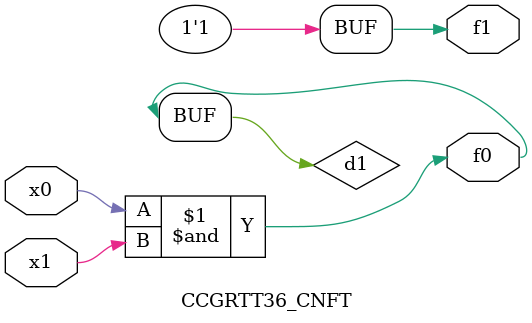
<source format=v>
module CCGRTT36_CNFT(
	input x0, x1,
	output f0, f1
);

	wire d1;

	assign f0 = d1;
	and (d1, x0, x1);
	assign f1 = 1'b1;
endmodule

</source>
